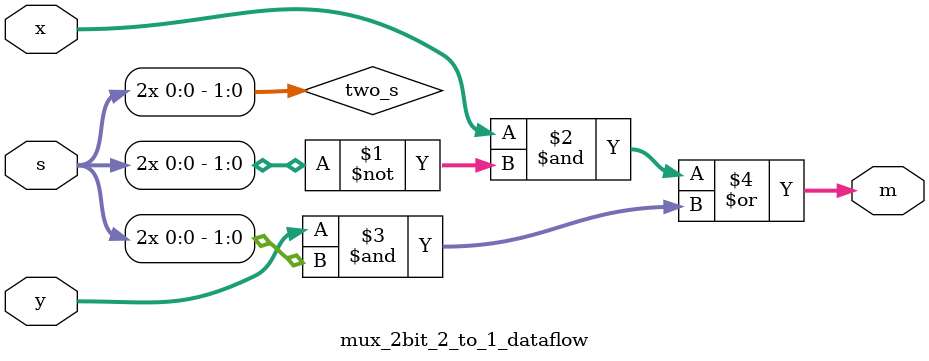
<source format=v>
`timescale 1ns / 1ps

module mux_2bit_2_to_1_dataflow(input [1:0] x, input [1:0] y, input s, output [1:0] m);
	wire [1:0] two_s;

	assign two_s[0] = s;
	assign two_s[1] = s;
	assign #3 m = (x & ~two_s) | (y & two_s);
endmodule

</source>
